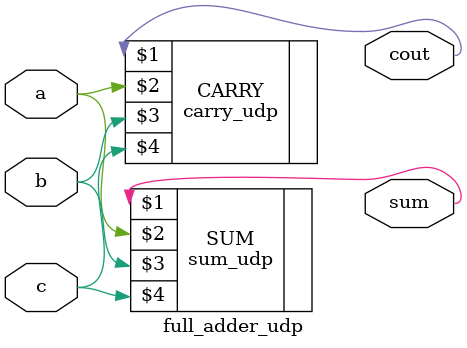
<source format=v>
module full_adder_udp(sum,cout,a,b,c);

    input a,b,c;
    output sum,cout;

    sum_udp SUM(sum,a,b,c);
    carry_udp CARRY(cout,a,b,c);

endmodule

</source>
